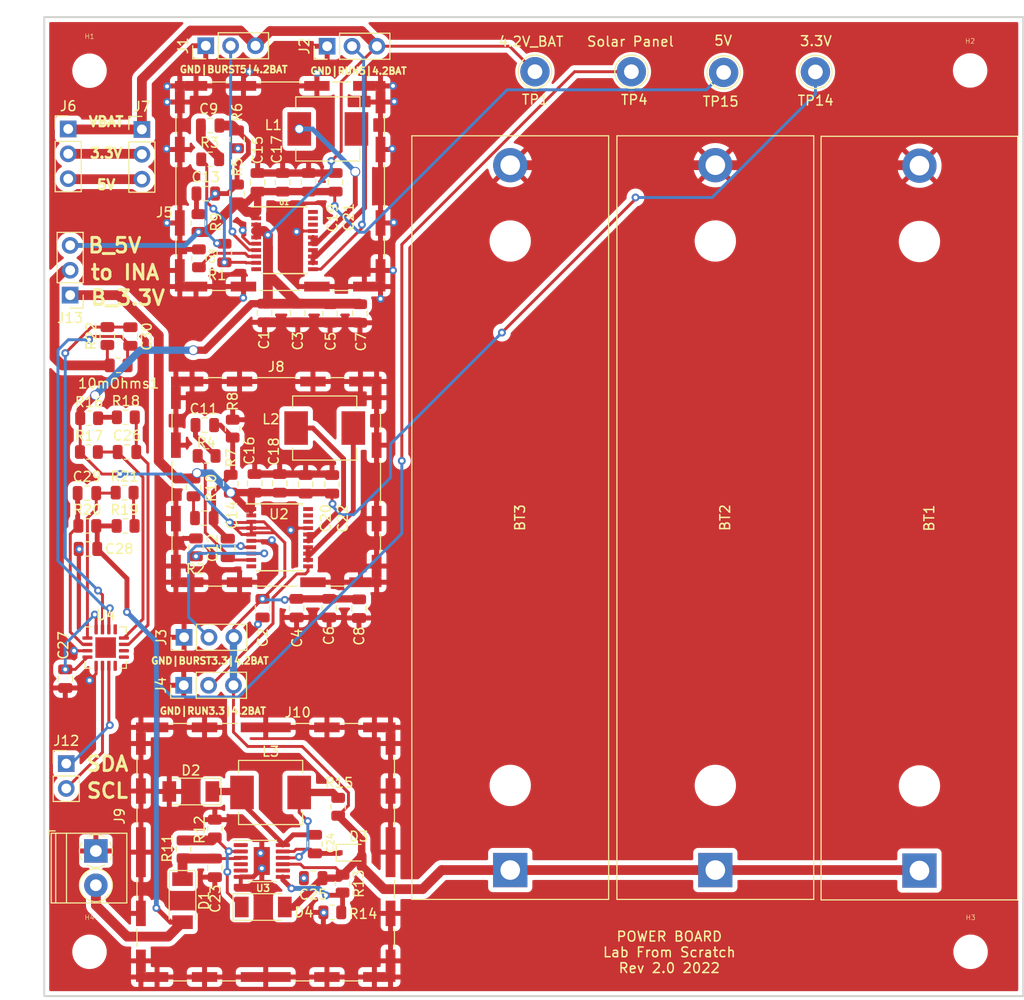
<source format=kicad_pcb>
(kicad_pcb (version 20211014) (generator pcbnew)
  (layers (0 "F.Cu" signal) (1 "In1.Cu" power) (2 "In2.Cu" power) (31 "B.Cu" signal) (34 "B.Paste" user) (35 "F.Paste" user) (36 "B.SilkS" user "B.Silkscreen") (37 "F.SilkS" user "F.Silkscreen") (38 "B.Mask" user) (39 "F.Mask" user) (44 "Edge.Cuts" user))
  (net 0 "")
  (net 1 "TP15")
  (net 2 "IV_IN-2")
  (net 3 "Net-(R16-Pad2)")
  (net 4 "IV_IN+1")
  (net 5 "IV_IN-1")
  (net 6 "IV_IN+3")
  (net 7 "IV_IN-3")
  (net 8 "Net-(C10-Pad1)")
  (net 9 "Net-(C11-Pad1)")
  (net 10 "Net-(C13-Pad1)")
  (net 11 "Net-(C23-Pad1)")
  (net 12 "Net-(C24-Pad1)")
  (net 13 "TP17")
  (net 14 "IV_IN+2")
  (net 15 "selected_buck")
  (net 16 "Net-(L2-Pad1)")
  (net 17 "Net-(L2-Pad2)")
  (net 18 "Net-(R19-Pad1)")
  (net 20 "SCL")
  (net 21 "SDA")
  (net 27 "RUN_5")
  (net 28 "RUN_3.3")
  (net 29 "GND")
  (net 30 "4.2V_BATT")
  (net 31 "Net-(C9-Pad2)")
  (net 32 "Net-(C10-Pad2)")
  (net 33 "Net-(C11-Pad2)")
  (net 34 "Net-(C12-Pad2)")
  (net 35 "Net-(C14-Pad1)")
  (net 36 "5V_buck")
  (net 37 "3.3V_buck")
  (net 38 "Net-(C24-Pad2)")
  (net 39 "+5V")
  (net 40 "Solar_panel")
  (net 41 "Net-(D4-Pad1)")
  (net 42 "BURST_5")
  (net 43 "BURST_3.3")
  (net 44 "Net-(L1-Pad1)")
  (net 45 "Net-(L1-Pad2)")
  (net 46 "Net-(L3-Pad2)")
  (net 47 "Net-(R1-Pad1)")
  (net 48 "Net-(R2-Pad1)")
  (net 49 "Net-(R13-Pad2)")
  (footprint "Capacitor_SMD:C_0805_2012Metric" (layer "F.Cu") (at 48.9 64.15 -90)
    (fp_text reference "C30")
    (fp_text value "100nF")
  )
  (footprint "Resistor_SMD:R_0805_2012Metric" (layer "F.Cu") (at 48.4125 83.5 180)
    (fp_text reference "R19")
    (fp_text value "10mOhms")
  )
  (footprint "Capacitor_SMD:C_0805_2012Metric" (layer "F.Cu") (at 64.15 79.15 90)
    (fp_text reference "C18")
    (fp_text value "1uF")
  )
  (footprint "Capacitor_SMD:C_0805_2012Metric" (layer "F.Cu") (at 48.55 75.95)
    (fp_text reference "C26")
    (fp_text value "100nF")
  )
  (footprint "Capacitor_SMD:C_0805_2012Metric" (layer "F.Cu") (at 69.2 91.9 -90)
    (fp_text reference "C6")
    (fp_text value "1nF")
  )
  (footprint "Package_SO:SSOP-20_4.4x6.5mm_P0.65mm" (layer "F.Cu") (at 64.65 54.35)
    (fp_text reference "U1")
    (fp_text value "LTC3113EDHD")
  )
  (footprint "Diode_SMD:D_SOD-128" (layer "F.Cu") (at 55.075 110.625 180)
    (fp_text reference "D2")
    (fp_text value "CMSH3-40MA")
  )
  (footprint "Capacitor_SMD:C_0805_2012Metric" (layer "F.Cu") (at 62.6 61.75 -90)
    (fp_text reference "C1")
    (fp_text value "100nF")
  )
  (footprint "Resistor_SMD:R_0805_2012Metric" (layer "F.Cu") (at 55.85 52.5625 90)
    (fp_text reference "R9")
    (fp_text value "6.49K")
  )
  (footprint "RF_Shielding:Wuerth_36103255_25x25mm" (layer "F.Cu") (at 62.725 116.825)
    (fp_text reference "J10")
    (fp_text value "MS223-10F")
  )
  (footprint "Inductor_SMD:L_Vishay_IHLP-2525" (layer "F.Cu") (at 63.225 110.725)
    (fp_text reference "L3")
    (fp_text value "10uH")
  )
  (footprint "Resistor_SMD:R_0805_2012Metric" (layer "F.Cu") (at 59.8 44.0125 -90)
    (fp_text reference "R6")
    (fp_text value "112K")
  )
  (footprint "Capacitor_SMD:C_0805_2012Metric" (layer "F.Cu") (at 44.5625 85.85)
    (fp_text reference "C28")
    (fp_text value "100nF")
  )
  (footprint "TestPoint:TestPoint_Loop_D2.54mm_Drill1.5mm_Beaded" (layer "F.Cu") (at 118.875 37.125)
    (fp_text reference "TP14")
    (fp_text value "TestPoint")
  )
  (footprint "Diode_SMD:D_SOD-323F" (layer "F.Cu") (at 71.425 116.875)
    (fp_text reference "D3")
    (fp_text value "BAT46WJ,115")
  )
  (footprint "Resistor_SMD:R_0805_2012Metric" (layer "F.Cu") (at 44.5 83.5)
    (fp_text reference "R20")
    (fp_text value "10")
  )
  (footprint "Capacitor_SMD:C_0805_2012Metric" (layer "F.Cu") (at 66 61.75 -90)
    (fp_text reference "C3")
    (fp_text value "47uF")
  )
  (footprint "Capacitor_SMD:C_0805_2012Metric" (layer "F.Cu") (at 64.45 48.4 90)
    (fp_text reference "C17")
    (fp_text value "1uF")
  )
  (footprint "TestPoint:TestPoint_Loop_D2.54mm_Drill1.5mm_Beaded" (layer "F.Cu") (at 100.075 37.1)
    (fp_text reference "TP4")
    (fp_text value "TestPoint")
  )
  (footprint "Capacitor_SMD:C_0805_2012Metric" (layer "F.Cu") (at 72.35 61.8 -90)
    (fp_text reference "C7")
    (fp_text value "1uF")
  )
  (footprint "Connector_PinHeader_2.54mm:PinHeader_1x03_P2.54mm_Vertical" (layer "F.Cu") (at 50.075 43)
    (fp_text reference "J7")
    (fp_text value "Conn_01x03_Male")
  )
  (footprint "Diode_SMD:D_SOD-128" (layer "F.Cu") (at 62.475 122.425)
    (fp_text reference "D4")
    (fp_text value "CMSH3-40MA")
  )
  (footprint "Resistor_SMD:R_0805_2012Metric" (layer "F.Cu") (at 57.525 114.4125 -90)
    (fp_text reference "R12")
    (fp_text value "205K")
  )
  (footprint "Capacitor_SMD:C_0805_2012Metric" (layer "F.Cu") (at 44.4625 80.15)
    (fp_text reference "C29")
    (fp_text value "100nF")
  )
  (footprint "Diode_SMD:D_SOD-128" (layer "F.Cu") (at 54.225 121.775 -90)
    (fp_text reference "D1")
    (fp_text value "CMSH1-40MA")
  )
  (footprint "Package_SO:SSOP-20_4.4x6.5mm_P0.65mm" (layer "F.Cu") (at 64.15 84.7)
    (fp_text reference "U2")
    (fp_text value "LTC3113EDHD")
  )
  (footprint "Capacitor_SMD:C_0805_2012Metric" (layer "F.Cu") (at 69.3 61.8 -90)
    (fp_text reference "C5")
    (fp_text value "1nF")
  )
  (footprint "Connector_PinHeader_2.54mm:PinHeader_1x03_P2.54mm_Vertical" (layer "F.Cu") (at 54.35 99.775 90)
    (fp_text reference "J4")
    (fp_text value "Conn_01x03")
  )
  (footprint "Capacitor_SMD:C_0805_2012Metric" (layer "F.Cu") (at 72.25 91.95 -90)
    (fp_text reference "C8")
    (fp_text value "1uF")
  )
  (footprint "Package_SO:MSOP-12-1EP_3x4mm_P0.65mm_EP1.65x2.85mm" (layer "F.Cu") (at 62.325 117.725)
    (fp_text reference "U3")
    (fp_text value "LT3652EMSE")
  )
  (footprint "Capacitor_SMD:C_0805_2012Metric" (layer "F.Cu") (at 65.875 91.9 -90)
    (fp_text reference "C4")
    (fp_text value "47uF")
  )
  (footprint "Battery:BatteryHolder_MPD_BH-18650-PC2" (layer "F.Cu") (at 87.7 118.65 90)
    (fp_text reference "BT3")
    (fp_text value "Battery")
  )
  (footprint "TerminalBlock_Phoenix:TerminalBlock_Phoenix_PT-1,5-2-3.5-H_1x02_P3.50mm_Horizontal" (layer "F.Cu") (at 45.375 116.7 -90)
    (fp_text reference "J9")
    (fp_text value "Conn_01x02")
  )
  (footprint "Capacitor_SMD:C_0805_2012Metric" (layer "F.Cu") (at 57.05 42.6 180)
    (fp_text reference "C9")
    (fp_text value "680pF")
  )
  (footprint "Battery:BatteryHolder_MPD_BH-18650-PC2" (layer "F.Cu") (at 129.5 118.7 90)
    (fp_text reference "BT1")
    (fp_text value "Battery")
  )
  (footprint "Capacitor_SMD:C_0805_2012Metric" (layer "F.Cu") (at 56.45 82.7)
    (fp_text reference "C14")
    (fp_text value "47pF")
  )
  (footprint "RF_Shielding:Wuerth_36103205_20x20mm" (layer "F.Cu") (at 63.8 79)
    (fp_text reference "J8")
    (fp_text value "MS168-10F")
  )
  (footprint "Resistor_SMD:R_0805_2012Metric" (layer "F.Cu") (at 46.55 64.1 90)
    (fp_text reference "R22")
    (fp_text value "10")
  )
  (footprint "Resistor_SMD:R_0805_2012Metric" (layer "F.Cu") (at 55.9 56.1625 90)
    (fp_text reference "R1")
    (fp_text value "90.9K")
  )
  (footprint "Battery:BatteryHolder_MPD_BH-18650-PC2" (layer "F.Cu") (at 108.65 118.65 90)
    (fp_text reference "BT2")
    (fp_text value "Battery")
  )
  (footprint "Inductor_SMD:L_Vishay_IHLP-2525" (layer "F.Cu") (at 68.75 73.5 180)
    (fp_text reference "L2")
    (fp_text value "2.2uH")
  )
  (footprint "Resistor_SMD:R_0805_2012Metric" (layer "F.Cu") (at 48.3125 80.1)
    (fp_text reference "R21")
    (fp_text value "10")
  )
  (footprint "Resistor_SMD:R_0805_2012Metric" (layer "F.Cu") (at 54.325 116.5375 -90)
    (fp_text reference "R11")
    (fp_text value "205K")
  )
  (footprint "Connector_PinHeader_2.54mm:PinHeader_1x03_P2.54mm_Vertical" (layer "F.Cu") (at 42.55 42.95)
    (fp_text reference "J6")
    (fp_text value "Conn_01x03_Male")
  )
  (footprint "Package_DFN_QFN:Texas_RGV_S-PVQFN-N16_EP2.1x2.1mm" (layer "F.Cu") (at 46.375 95.925)
    (fp_text reference "U4")
    (fp_text value "INA3221")
  )
  (footprint "Capacitor_SMD:C_0805_2012Metric" (layer "F.Cu") (at 56.6 49.55)
    (fp_text reference "C13")
    (fp_text value "47pF")
  )
  (footprint "Resistor_SMD:R_0805_2012Metric" (layer "F.Cu") (at 44.6625 75.95)
    (fp_text reference "R17")
    (fp_text value "10")
  )
  (footprint "Resistor_SMD:R_0805_2012Metric" (layer "F.Cu") (at 47.7 67.1)
    (fp_text reference "10mOhms1")
    (fp_text value "10")
  )
  (footprint "Resistor_SMD:R_0805_2012Metric" (layer "F.Cu") (at 70.125 112.1875 90)
    (fp_text reference "R15")
    (fp_text value "50mOhms")
  )
  (footprint "Capacitor_SMD:C_0805_2012Metric" (layer "F.Cu") (at 69.5 79.25 90)
    (fp_text reference "C22")
    (fp_text value "1nF")
  )
  (footprint "Capacitor_SMD:C_0805_2012Metric" (layer "F.Cu") (at 66.8 79.25 90)
    (fp_text reference "C20")
    (fp_text value "100nF")
  )
  (footprint "Capacitor_SMD:C_0805_2012Metric" (layer "F.Cu") (at 61.6 79.15 90)
    (fp_text reference "C16")
    (fp_text value "100uF")
  )
  (footprint "Capacitor_SMD:C_0805_2012Metric" (layer "F.Cu") (at 67.1 48.4 90)
    (fp_text reference "C19")
    (fp_text value "100nF")
  )
  (footprint "Connector_PinHeader_2.54mm:PinHeader_1x03_P2.54mm_Vertical" (layer "F.Cu") (at 56.6 34.45 90)
    (fp_text reference "J1")
    (fp_text value "Conn_01x03")
  )
  (footprint "Capacitor_SMD:C_0805_2012Metric" (layer "F.Cu") (at 69.85 48.4 90)
    (fp_text reference "C21")
    (fp_text value "1nF")
  )
  (footprint "MountingHole:MountingHole_2.5mm" (layer "F.Cu") (at 44.725 127)
    (fp_text reference "H4")
    (fp_text value "MountingHole")
  )
  (footprint "Resistor_SMD:R_0805_2012Metric" (layer "F.Cu") (at 55.6 85.6875 90)
    (fp_text reference "R2")
    (fp_text value "90.9K")
  )
  (footprint "Resistor_SMD:R_0805_2012Metric" (layer "F.Cu") (at 59.35 73.5625 90)
    (fp_text reference "R8")
    (fp_text value "182K")
  )
  (footprint "Inductor_SMD:L_Vishay_IHLP-2525" (layer "F.Cu") (at 69.071 42.95 180)
    (fp_text reference "L1")
    (fp_text value "2.2uH")
  )
  (footprint "Capacitor_SMD:C_0805_2012Metric" (layer "F.Cu") (at 58.5 55.625 -90)
    (fp_text reference "C10")
    (fp_text value "12pF")
  )
  (footprint "Capacitor_SMD:C_0805_2012Metric" (layer "F.Cu") (at 67.75 116 90)
    (fp_text reference "C24")
    (fp_text value "1uF")
  )
  (footprint "Connector_PinHeader_2.54mm:PinHeader_1x03_P2.54mm_Vertical" (layer "F.Cu") (at 69 34.5 90)
    (fp_text reference "J2")
    (fp_text value "Conn_01x03")
  )
  (footprint "Connector_PinHeader_2.54mm:PinHeader_1x03_P2.54mm_Vertical" (layer "F.Cu") (at 54.385 94.875 90)
    (fp_text reference "J3")
    (fp_text value "Conn_01x03")
  )
  (footprint "MountingHole:MountingHole_2.5mm" (layer "F.Cu") (at 134.725 127)
    (fp_text reference "H3")
    (fp_text value "MountingHole")
  )
  (footprint "Capacitor_SMD:C_0805_2012Metric" (layer "F.Cu") (at 56.5 73.2 180)
    (fp_text reference "C11")
    (fp_text value "680pF")
  )
  (footprint "Resistor_SMD:R_0805_2012Metric" (layer "F.Cu") (at 56.6875 76.35 180)
    (fp_text reference "R4")
    (fp_text value "49.9K")
  )
  (footprint "Capacitor_SMD:C_0805_2012Metric" (layer "F.Cu") (at 58.85 85.75 -90)
    (fp_text reference "C12")
    (fp_text value "12pF")
  )
  (footprint "Resistor_SMD:R_0805_2012Metric" (layer "F.Cu") (at 44.6875 72.5)
    (fp_text reference "R16")
    (fp_text value "10mOhms")
  )
  (footprint "Resistor_SMD:R_0805_2012Metric" (layer "F.Cu") (at 55.35 79.5625 -90)
    (fp_text reference "R10")
    (fp_text value "6.49K")
  )
  (footprint "Resistor_SMD:R_0805_2012Metric" (layer "F.Cu") (at 69.525 122.975 180)
    (fp_text reference "R14")
    (fp_text value "559K")
  )
  (footprint "Resistor_SMD:R_0805_2012Metric" (layer "F.Cu") (at 57.05 46.05 180)
    (fp_text reference "R3")
    (fp_text value "49.9K")
  )
  (footprint "TestPoint:TestPoint_Loop_D2.54mm_Drill1.5mm_Beaded" (layer "F.Cu") (at 109.5 37.175)
    (fp_text reference "TP15")
    (fp_text value "TestPoint")
  )
  (footprint "Capacitor_SMD:C_0805_2012Metric" (layer "F.Cu") (at 57.525 118.425 -90)
    (fp_text reference "C23")
    (fp_text value "10uF")
  )
  (footprint "Resistor_SMD:R_0805_2012Metric" (layer "F.Cu") (at 59.8 49.5375 90)
    (fp_text reference "R5")
    (fp_text value "825K")
  )
  (footprint "Capacitor_SMD:C_0805_2012Metric" (layer "F.Cu") (at 67.575 119.475 180)
    (fp_text reference "C25")
    (fp_text value "10uF")
  )
  (footprint "TestPoint:TestPoint_Loop_D2.54mm_Drill1.5mm_Beaded" (layer "F.Cu") (at 90.225 37.1)
    (fp_text reference "TP1")
    (fp_text value "TestPoint")
  )
  (footprint "Resistor_SMD:R_0805_2012Metric" (layer "F.Cu") (at 59.15 79.1875 90)
    (fp_text reference "R7")
    (fp_text value "825K")
  )
  (footprint "Capacitor_SMD:C_0805_2012Metric" (layer "F.Cu") (at 42.25 99.1 -90)
    (fp_text reference "C27")
    (fp_text value "1nF")
  )
  (footprint "MountingHole:MountingHole_2.5mm" (layer "F.Cu") (at 44.725 37)
    (fp_text reference "H1")
    (fp_text value "MountingHole")
  )
  (footprint "Resistor_SMD:R_0805_2012Metric" (layer "F.Cu") (at 48.4375 72.4)
    (fp_text reference "R18")
    (fp_text value "10")
  )
  (footprint "MountingHole:MountingHole_2.5mm" (layer "F.Cu") (at 134.675 36.975)
    (fp_text reference "H2")
    (fp_text value "MountingHole")
  )
  (footprint "RF_Shielding:Wuerth_36103205_20x20mm" (layer "F.Cu") (at 64.2 48.8)
    (fp_text reference "J5")
    (fp_text value "MS168-10F")
  )
  (footprint "Capacitor_SMD:C_0805_2012Metric" (layer "F.Cu") (at 61.9 48.4 90)
    (fp_text reference "C15")
    (fp_text value "100uF")
  )
  (footprint "Connector_PinHeader_2.54mm:PinHeader_1x02_P2.54mm_Vertical" (layer "F.Cu") (at 42.35 107.775)
    (fp_text reference "J12")
    (fp_text value "Conn_01x02_Male")
  )
  (footprint "Capacitor_SMD:C_0805_2012Metric" (layer "F.Cu") (at 62.4 91.9 -90)
    (fp_text reference "C2")
    (fp_text value "100nF")
  )
  (footprint "Connector_PinHeader_2.54mm:PinHeader_1x03_P2.54mm_Vertical" (layer "F.Cu") (at 42.75 59.925 180)
    (fp_text reference "J13")
    (fp_text value "Conn_01x03")
  )
  (footprint "Resistor_SMD:R_0805_2012Metric" (layer "F.Cu") (at 70.575 120.0375 -90)
    (fp_text reference "R13")
    (fp_text value "542K")
  )
  (gr_rect (start 40.1 31.525) (end 140.1 131.525) (layer "Edge.Cuts") (width 0.2) (fill none))
  (gr_text "GND|RUN5|4.2BAT" (at 72.2 37.025) (layer "F.SilkS") (effects (font (size 0.7 0.7) (thickness 0.175))))
  (gr_text "Solar Panel" (at 99.975 34.025) (layer "F.SilkS") (effects (font (size 1 1))))
  (gr_text "GND|BURST3.3|4.2BAT" (at 57.025 97.275) (layer "F.SilkS") (effects (font (size 0.7 0.7) (thickness 0.175))))
  (gr_text "GND|RUN3.3|4.2BAT" (at 57.325 102.4) (layer "F.SilkS") (effects (font (size 0.7 0.7) (thickness 0.175))))
  (gr_text "B_5V" (at 47.3 54.85) (layer "F.SilkS") (effects (font (size 1.5 1.5) (thickness 0.3))))
  (gr_text "GND|BURST5|4.2BAT" (at 59.45 36.875) (layer "F.SilkS") (effects (font (size 0.7 0.7) (thickness 0.175))))
  (gr_text "POWER BOARD\nLab From Scratch\nRev 2.0 2022\n" (at 103.95 127.05) (layer "F.SilkS") (effects (font (size 1 1))))
  (gr_text "SCL" (at 46.55 110.55) (layer "F.SilkS") (effects (font (size 1.5 1.5) (thickness 0.3))))
  (gr_text "to INA" (at 48.35 57.6) (layer "F.SilkS") (effects (font (size 1.5 1.5) (thickness 0.3))))
  (gr_text "3.3V" (at 118.925 33.975) (layer "F.SilkS") (effects (font (size 1 1))))
  (gr_text "VBAT\n\n3.3V\n\n5V" (at 46.425 45.425) (layer "F.SilkS") (effects (font (size 1 1) (thickness 0.25))))
  (gr_text "SDA" (at 46.55 107.8) (layer "F.SilkS") (effects (font (size 1.5 1.5) (thickness 0.3))))
  (gr_text "5V" (at 109.45 33.925) (layer "F.SilkS") (effects (font (size 1 1))))
  (gr_text "4.2V_BAT" (at 89.825 34.025) (layer "F.SilkS") (effects (font (size 1 1))))
  (gr_text "B_3.3V" (at 48.65 60.2) (layer "F.SilkS") (effects (font (size 1.5 1.5) (thickness 0.3))))
  (segment (start 42.55 45.49) (end 50.025 45.49) (width 1) (layer "F.Cu") (net 1))
  (segment (start 50.025 45.49) (end 50.075 45.54) (width 1) (layer "F.Cu") (net 1))
  (segment (start 45.009474 64.15048) (end 47.95048 64.15048) (width 0.3) (layer "F.Cu") (net 2))
  (segment (start 44.679977 64.479977) (end 45.009474 64.15048) (width 0.3) (layer "F.Cu") (net 2))
  (segment (start 47.95048 64.15048) (end 48.9 65.1) (width 0.3) (layer "F.Cu") (net 2))
  (segment (start 48.6125 67.1) (end 48.6125 65.3875) (width 0.3) (layer "F.Cu") (net 2))
  (segment (start 46.7 94.0625) (end 46.7 92) (width 0.3) (layer "F.Cu") (net 2))
  (segment (start 46.7 92) (end 46.8 91.9) (width 0.3) (layer "F.Cu") (net 2))
  (segment (start 48.6125 65.3875) (end 48.9 65.1) (width 0.3) (layer "F.Cu") (net 2))
  (via (at 46.8 91.9) (size 0.8) (drill 0.4) (layers "F.Cu" "B.Cu") (net 2))
  (via (at 44.679977 64.479977) (size 0.8) (drill 0.4) (layers "F.Cu" "B.Cu") (net 2))
  (segment (start 46.8 91.9) (end 46.34003 91.9) (width 0.3) (layer "B.Cu") (net 2))
  (segment (start 46.34003 91.9) (end 41.500489 87.060459) (width 0.3) (layer "B.Cu") (net 2))
  (segment (start 42.560053 64.479977) (end 44.679977 64.479977) (width 0.3) (layer "B.Cu") (net 2))
  (segment (start 41.500489 65.539541) (end 42.560053 64.479977) (width 0.3) (layer "B.Cu") (net 2))
  (segment (start 41.500489 87.060459) (end 41.500489 65.539541) (width 0.3) (layer "B.Cu") (net 2))
  (segment (start 45.7 72.4) (end 45.6 72.5) (width 0.5) (layer "F.Cu") (net 3))
  (segment (start 47.525 72.4) (end 45.7 72.4) (width 0.5) (layer "F.Cu") (net 3))
  (segment (start 50.18702 78.53702) (end 50.18702 93.00048) (width 0.3) (layer "F.Cu") (net 4))
  (segment (start 50.18702 93.00048) (end 48.2375 94.95) (width 0.3) (layer "F.Cu") (net 4))
  (segment (start 47.6 75.95) (end 50.18702 78.53702) (width 0.3) (layer "F.Cu") (net 4))
  (segment (start 45.575 75.95) (end 47.6 75.95) (width 0.3) (layer "F.Cu") (net 4))
  (segment (start 49.5 72.55) (end 49.5 75.95) (width 0.3) (layer "F.Cu") (net 5))
  (segment (start 50.7 93.618039) (end 50.7 77.15) (width 0.3) (layer "F.Cu") (net 5))
  (segment (start 48.718039 95.6) (end 50.7 93.618039) (width 0.3) (layer "F.Cu") (net 5))
  (segment (start 50.7 77.15) (end 49.5 75.95) (width 0.3) (layer "F.Cu") (net 5))
  (segment (start 49.35 72.4) (end 49.5 72.55) (width 0.3) (layer "F.Cu") (net 5))
  (segment (start 48.2375 95.6) (end 48.718039 95.6) (width 0.3) (layer "F.Cu") (net 5))
  (segment (start 43.5125 80.15) (end 43.5125 83.425) (width 0.5) (layer "F.Cu") (net 6))
  (segment (start 43.5125 83.425) (end 43.5875 83.5) (width 0.5) (layer "F.Cu") (net 6))
  (segment (start 42.76298 94.331019) (end 44.031961 95.6) (width 0.3) (layer "F.Cu") (net 6))
  (segment (start 42.76298 84.32452) (end 42.76298 94.331019) (width 0.3) (layer "F.Cu") (net 6))
  (segment (start 43.5875 83.5) (end 42.76298 84.32452) (width 0.3) (layer "F.Cu") (net 6))
  (segment (start 44.031961 95.6) (end 44.5125 95.6) (width 0.3) (layer "F.Cu") (net 6))
  (segment (start 45.4125 81.7875) (end 45.4125 80.15) (width 0.3) (layer "F.Cu") (net 7))
  (segment (start 44.5125 82.6875) (end 45.4125 81.7875) (width 0.3) (layer "F.Cu") (net 7))
  (segment (start 47.35 80.15) (end 47.4 80.1) (width 0.3) (layer "F.Cu") (net 7))
  (segment (start 45.4125 80.15) (end 47.35 80.15) (width 0.3) (layer "F.Cu") (net 7))
  (segment (start 44.5125 94.95) (end 44.5125 82.6875) (width 0.3) (layer "F.Cu") (net 7))
  (segment (start 60.94952 44.24952) (end 59.8 43.1) (width 0.5) (layer "F.Cu") (net 8))
  (segment (start 58.875 49.55) (end 59.8 48.625) (width 0.5) (layer "F.Cu") (net 8))
  (segment (start 59.3 42.6) (end 59.8 43.1) (width 1) (layer "F.Cu") (net 8))
  (segment (start 59.8 48.625) (end 59.8 46.62677) (width 0.5) (layer "F.Cu") (net 8))
  (segment (start 59.8 46.62677) (end 60.94952 45.47725) (width 0.5) (layer "F.Cu") (net 8))
  (segment (start 58.5 54.675) (end 57.8 54.675) (width 0.3) (layer "F.Cu") (net 8))
  (segment (start 57.8 54.675) (end 57.75 54.625) (width 0.3) (layer "F.Cu") (net 8))
  (segment (start 57.55 49.55) (end 58.875 49.55) (width 0.5) (layer "F.Cu") (net 8))
  (segment (start 60.94952 45.47725) (end 60.94952 44.24952) (width 0.5) (layer "F.Cu") (net 8))
  (segment (start 58 42.6) (end 59.3 42.6) (width 1) (layer "F.Cu") (net 8))
  (via (at 57.75 54.625) (size 0.8) (drill 0.4) (layers "F.Cu" "B.Cu") (net 8))
  (via (at 57.55 49.55) (size 0.8) (drill 0.4) (layers "F.Cu" "B.Cu") (net 8))
  (segment (start 57.75 54.625) (end 56.625489 53.500489) (width 0.3) (layer "B.Cu") (net 8))
  (segment (start 56.625489 50.474511) (end 57.55 49.55) (width 0.3) (layer "B.Cu") (net 8))
  (segment (start 56.625489 53.500489) (end 56.625489 50.474511) (width 0.3) (layer "B.Cu") (net 8))
  (segment (start 58.075 73.2) (end 59.35 74.475) (width 0.5) (layer "F.Cu") (net 9))
  (segment (start 57.4 80.025) (end 59.15 78.275) (width 0.5) (layer "F.Cu") (net 9))
  (segment (start 57.4 83.35) (end 57.4 82.7) (width 0.5) (layer "F.Cu") (net 9))
  (segment (start 57.45 73.2) (end 58.075 73.2) (width 0.5) (layer "F.Cu") (net 9))
  (segment (start 59.35 74.475) (end 59.35 78.075) (width 0.5) (layer "F.Cu") (net 9))
  (segment (start 58.85 84.8) (end 57.4 83.35) (width 0.5) (layer "F.Cu") (net 9))
  (segment (start 59.35 78.075) (end 59.15 78.275) (width 0.5) (layer "F.Cu") (net 9))
  (segment (start 57.4 82.7) (end 57.4 80.025) (width 0.5) (layer "F.Cu") (net 9))
  (segment (start 55.65 49.55) (end 55.65 51.45) (width 0.5) (layer "F.Cu") (net 10))
  (segment (start 55.65 51.45) (end 55.85 51.65) (width 0.5) (layer "F.Cu") (net 10))
  (segment (start 57.525 117.475) (end 54.35 117.475) (width 1) (layer "F.Cu") (net 11))
  (segment (start 54.225 117.55) (end 54.325 117.45) (width 1) (layer "F.Cu") (net 11))
  (segment (start 54.35 117.475) (end 54.325 117.45) (width 1) (layer "F.Cu") (net 11))
  (segment (start 57.525 117.475) (end 60.1 117.475) (width 0.3) (layer "F.Cu") (net 11))
  (segment (start 54.225 119.575) (end 54.225 117.55) (width 1) (layer "F.Cu") (net 11))
  (segment (start 60.1 117.475) (end 60.175 117.4) (width 0.3) (layer "F.Cu") (net 11))
  (segment (start 70.25 116.95) (end 70.325 116.875) (width 0.5) (layer "F.Cu") (net 12))
  (segment (start 67.325 116.525) (end 67.75 116.95) (width 0.3) (layer "F.Cu") (net 12))
  (segment (start 65.61553 116.75) (end 65.84053 116.525) (width 0.3) (layer "F.Cu") (net 12))
  (segment (start 65.84053 116.525) (end 67.325 116.525) (width 0.3) (layer "F.Cu") (net 12))
  (segment (start 67.75 116.95) (end 70.25 116.95) (width 0.5) (layer "F.Cu") (net 12))
  (segment (start 64.475 116.75) (end 65.61553 116.75) (width 0.3) (layer "F.Cu") (net 12))
  (segment (start 50.075 48.08) (end 42.6 48.08) (width 1) (layer "F.Cu") (net 13))
  (segment (start 42.6 48.08) (end 42.55 48.03) (width 1) (layer "F.Cu") (net 13))
  (segment (start 46.05 90.55) (end 45.6 90.1) (width 0.3) (layer "F.Cu") (net 14))
  (segment (start 42.25 65.85) (end 44.9125 63.1875) (width 0.3) (layer "F.Cu") (net 14))
  (segment (start 46.05 94.0625) (end 46.05 90.55) (width 0.3) (layer "F.Cu") (net 14))
  (segment (start 48.8875 63.1875) (end 48.9 63.2) (width 0.3) (layer "F.Cu") (net 14))
  (segment (start 44.9125 63.1875) (end 46.55 63.1875) (width 0.3) (layer "F.Cu") (net 14))
  (segment (start 46.55 63.1875) (end 48.8875 63.1875) (width 0.3) (layer "F.Cu") (net 14))
  (via (at 42.25 65.85) (size 0.8) (drill 0.4) (layers "F.Cu" "B.Cu") (net 14))
  (via (at 45.6 90.1) (size 0.8) (drill 0.4) (layers "F.Cu" "B.Cu") (net 14))
  (segment (start 45.6 90.1) (end 42.25 86.75) (width 0.3) (layer "B.Cu") (net 14))
  (segment (start 42.25 86.75) (end 42.25 65.85) (width 0.3) (layer "B.Cu") (net 14))
  (segment (start 46.55 66.8625) (end 46.7875 67.1) (width 0.3) (layer "F.Cu") (net 15))
  (segment (start 41.15 58.4) (end 42.165 57.385) (width 1) (layer "F.Cu") (net 15))
  (segment (start 42.165 57.385) (end 42.75 57.385) (width 1) (layer "F.Cu") (net 15))
  (segment (start 41.945056 67.1) (end 41.15 66.304944) (width 1) (layer "F.Cu") (net 15))
  (segment (start 46.55 65.0125) (end 46.55 66.8625) (width 0.3) (layer "F.Cu") (net 15))
  (segment (start 41.15 66.304944) (end 41.15 58.4) (width 1) (layer "F.Cu") (net 15))
  (segment (start 46.7875 67.1) (end 41.945056 67.1) (width 1) (layer "F.Cu") (net 15))
  (segment (start 67.35 86.325) (end 67.5875 86.0875) (width 0.5) (layer "F.Cu") (net 16))
  (segment (start 67.05 85.675) (end 67.05 86.975) (width 0.3) (layer "F.Cu") (net 16))
  (segment (start 67.05 86.325) (end 67.05 85.72452) (width 0.5) (layer "F.Cu") (net 16))
  (segment (start 67.05 86.625) (end 67.5875 86.0875) (width 0.5) (layer "F.Cu") (net 16))
  (segment (start 67.05 86.325) (end 67.05 86.975) (width 0.5) (layer "F.Cu") (net 16))
  (segment (start 67.05 86.975) (end 67.05 86.625) (width 0.5) (layer "F.Cu") (net 16))
  (segment (start 67.5875 86.0875) (end 71.671 82.004) (width 0.5) (layer "F.Cu") (net 16))
  (segment (start 71.671 82.004) (end 71.671 73.5) (width 0.5) (layer "F.Cu") (net 16))
  (segment (start 67.05 86.325) (end 67.35 86.325) (width 0.5) (layer "F.Cu") (net 16))
  (segment (start 68.0625 84.0625) (end 67.75 84.375) (width 0.5) (layer "F.Cu") (net 17))
  (segment (start 65.829 73.5) (end 67.5355 73.5) (width 0.5) (layer "F.Cu") (net 17))
  (segment (start 67.05 84.375) (end 67.05 85.025) (width 0.3) (layer "F.Cu") (net 17))
  (segment (start 67.5355 73.5) (end 70.67452 76.63902) (width 0.5) (layer "F.Cu") (net 17))
  (segment (start 67.1 85.025) (end 68.0625 84.0625) (width 0.5) (layer "F.Cu") (net 17))
  (segment (start 67.75 84.375) (end 67.05 84.375) (width 0.5) (layer "F.Cu") (net 17))
  (segment (start 70.67452 76.63902) (end 70.67452 81.45048) (width 0.5) (layer "F.Cu") (net 17))
  (segment (start 67.05 85.025) (end 67.1 85.025) (width 0.5) (layer "F.Cu") (net 17))
  (segment (start 70.67452 81.45048) (end 68.0625 84.0625) (width 0.5) (layer "F.Cu") (net 17))
  (segment (start 49.225 80.1) (end 49.225 83.4) (width 0.3) (layer "F.Cu") (net 18))
  (segment (start 49.225 83.4) (end 49.325 83.5) (width 0.3) (layer "F.Cu") (net 18))
  (segment (start 46.05 97.7875) (end 46.05 106.615) (width 0.3) (layer "F.Cu") (net 20))
  (segment (start 46.05 106.615) (end 42.35 110.315) (width 0.3) (layer "F.Cu") (net 20))
  (segment (start 46.7 97.7875) (end 46.7 103.7505) (width 0.3) (layer "F.Cu") (net 21))
  (segment (start 46.7 103.7505) (end 46.7995 103.85) (width 0.3) (layer "F.Cu") (net 21))
  (via (at 46.7995 103.85) (size 0.8) (drill 0.4) (layers "F.Cu" "B.Cu") (net 21))
  (segment (start 42.8745 107.775) (end 42.35 107.775) (width 0.3) (layer "B.Cu") (net 21))
  (segment (start 46.7995 103.85) (end 42.8745 107.775) (width 0.3) (layer "B.Cu") (net 21))
  (segment (start 68.35 57.275) (end 72.55 53.075) (width 0.3) (layer "F.Cu") (net 27))
  (segment (start 67.55 57.275) (end 68.35 57.275) (width 0.3) (layer "F.Cu") (net 27))
  (segment (start 72.55 53.075) (end 72.55 52.725) (width 0.3) (layer "F.Cu") (net 27))
  (via (at 72.55 52.725) (size 0.8) (drill 0.4) (layers "F.Cu" "B.Cu") (net 27))
  (segment (start 72.55 52.725) (end 72.724511 52.550489) (width 0.3) (layer "B.Cu") (net 27))
  (segment (start 72.724511 35.684511) (end 71.54 34.5) (width 0.3) (layer "B.Cu") (net 27))
  (segment (start 72.724511 52.550489) (end 72.724511 35.684511) (width 0.3) (layer "B.Cu") (net 27))
  (segment (start 65.900489 88.400489) (end 63.47452 90.826458) (width 0.3) (layer "F.Cu") (net 28))
  (segment (start 67.05 87.625) (end 67.05 88.125) (width 0.3) (layer "F.Cu") (net 28))
  (segment (start 63.47452 93.45048) (end 57.15 99.775) (width 0.3) (layer "F.Cu") (net 28))
  (segment (start 57.15 99.775) (end 56.89 99.775) (width 0.3) (layer "F.Cu") (net 28))
  (segment (start 66.774511 88.400489) (end 65.900489 88.400489) (width 0.3) (layer "F.Cu") (net 28))
  (segment (start 67.05 88.125) (end 66.774511 88.400489) (width 0.3) (layer "F.Cu") (net 28))
  (segment (start 63.47452 90.826458) (end 63.47452 93.45048) (width 0.3) (layer "F.Cu") (net 28))
  (segment (start 60.45 60.175) (end 60.425 60.2) (width 0.5) (layer "F.Cu") (net 29))
  (segment (start 68.625 122.975) (end 68.65 123) (width 0.5) (layer "F.Cu") (net 29))
  (segment (start 52.675 45.05) (end 52.6 44.975) (width 0.5) (layer "F.Cu") (net 29))
  (segment (start 60.440714 54.034286) (end 60.375 53.968572) (width 0.3) (layer "F.Cu") (net 29))
  (segment (start 60.45 38.55) (end 60.45 37.675) (width 0.5) (layer "F.Cu") (net 29))
  (segment (start 74.45 52.55) (end 75.75 52.55) (width 0.5) (layer "F.Cu") (net 29))
  (segment (start 75.75 52.55) (end 75.8 52.5) (width 0.5) (layer "F.Cu") (net 29))
  (segment (start 52.7 38.55) (end 52.65 38.6) (width 0.5) (layer "F.Cu") (net 29))
  (segment (start 55.6 38.55) (end 61.8 38.55) (width 0.5) (layer "F.Cu") (net 29))
  (segment (start 61.75 54.675) (end 61.081428 54.675) (width 0.3) (layer "F.Cu") (net 29))
  (segment (start 60.45 37.675) (end 61.025 37.1) (width 0.5) (layer "F.Cu") (net 29))
  (segment (start 62.325 117.725) (end 62.325 118.475) (width 0.5) (layer "F.Cu") (net 29))
  (segment (start 62.4 93.075) (end 61.925 93.55) (width 0.3) (layer "F.Cu") (net 29))
  (segment (start 43.6125 85.85) (end 43.65 85.85) (width 0.3) (layer "F.Cu") (net 29))
  (segment (start 75.575 45.05) (end 75.65 44.975) (width 0.5) (layer "F.Cu") (net 29))
  (segment (start 129.45 46.65) (end 129.5 46.7) (width 1) (layer "F.Cu") (net 29))
  (segment (start 53.95 40.2) (end 52.65 40.2) (width 0.5) (layer "F.Cu") (net 29))
  (segment (start 61.45 119.35) (end 62.325 118.475) (width 0.5) (layer "F.Cu") (net 29))
  (segment (start 74.05 82.75) (end 74.05 87.6) (width 0.5) (layer "F.Cu") (net 29))
  (segment (start 60.45 59.05) (end 60.45 60.175) (width 0.5) (layer "F.Cu") (net 29))
  (segment (start 72.3 62.7) (end 72.35 62.75) (width 1) (layer "F.Cu") (net 29))
  (segment (start 87.7 46.65) (end 129.45 46.65) (width 1) (layer "F.Cu") (net 29))
  (segment (start 62.325 117.725) (end 62.325 117.05) (width 0.5) (layer "F.Cu") (net 29))
  (segment (start 44.5125 96.25) (end 43.15 96.25) (width 0.3) (layer "F.Cu") (net 29))
  (segment (start 65.95 53.375) (end 65.875 53.45) (width 0.3) (layer "F.Cu") (net 29))
  (segment (start 67.55 53.375) (end 65.95 53.375) (width 0.3) (layer "F.Cu") (net 29))
  (segment (start 74.45 57.4) (end 74.45 40.2) (width 0.5) (layer "F.Cu") (net 29))
  (segment (start 61.6 78.2) (end 69.4 78.2) (width 0.75) (layer "F.Cu") (net 29))
  (segment (start 59.8645 44.925) (end 59.8895 44.95) (width 0.3) (layer "F.Cu") (net 29))
  (segment (start 67.05 83.725) (end 65.475 83.725) (width 0.3) (layer "F.Cu") (net 29))
  (segment (start 60.175 119.35) (end 61.45 119.35) (width 0.5) (layer "F.Cu") (net 29))
  (segment (start 45.4 98.6) (end 44.725 99.275) (width 0.3) (layer "F.Cu") (net 29))
  (segment (start 74.05 70.4) (end 74.05 82.75) (width 0.5) (layer "F.Cu") (net 29))
  (segment (start 61.081428 54.675) (end 60.440714 54.034286) (width 0.3) (layer "F.Cu") (net 29))
  (segment (start 67.95 59.05) (end 72.8 59.05) (width 0.5) (layer "F.Cu") (net 29))
  (segment (start 60.05 89.25) (end 56.425 89.25) (width 0.5) (layer "F.Cu") (net 29))
  (segment (start 55.6 59.05) (end 60.45 59.05) (width 0.5) (layer "F.Cu") (net 29))
  (segment (start 55.2 68.75) (end 72.4 68.75) (width 0.5) (layer "F.Cu") (net 29))
  (segment (start 62.4 92.85) (end 62.4 93.075) (width 0.3) (layer "F.Cu") (net 29))
  (segment (start 67.95 37.25) (end 67.975 37.225) (width 0.5) (layer "F.Cu") (net 29))
  (segment (start 56.375 89.2) (end 56.325 89.25) (width 0.5) (layer "F.Cu") (net 29))
  (segment (start 67.95 38.55) (end 67.95 37.25) (width 0.5) (layer "F.Cu") (net 29))
  (segment (start 59.8 44.925) (end 59.8645 44.925) (width 0.3) (layer "F.Cu") (net 29))
  (segment (start 62.325 117.05) (end 62.2 116.925) (width 0.5) (layer "F.Cu") (net 29))
  (segment (start 65.475 83.725) (end 65.275 83.925) (width 0.3) (layer "F.Cu") (net 29))
  (segment (start 69.4 78.2) (end 69.5 78.3) (width 0.75) (layer "F.Cu") (net 29))
  (segment (start 61.25 85.025) (end 63.275 85.025) (width 0.3) (layer "F.Cu") (net 29))
  (segment (start 53.95 38.55) (end 52.7 38.55) (width 0.5) (layer "F.Cu") (net 29))
  (segment (start 68.6125 122.975) (end 68.625 122.975) (width 0.5) (layer "F.Cu") (net 29))
  (segment (start 61.8 38.55) (end 60.45 38.55) (width 0.5) (layer "F.Cu") (net 29))
  (segment (start 74.45 57.4) (end 75.725 57.4) (width 0.5) (layer "F.Cu") (net 29))
  (segment (start 74.45 45.05) (end 75.575 45.05) (width 0.5) (layer "F.Cu") (net 29))
  (segment (start 62.6 62.7) (end 72.3 62.7) (width 1) (layer "F.Cu") (net 29))
  (segment (start 75.8 40.2) (end 75.85 40.15) (width 0.5) (layer "F.Cu") (net 29))
  (segment (start 74.45 40.2) (end 75.8 40.2) (width 0.5) (layer "F.Cu") (net 29))
  (segment (start 74.45 38.55) (end 75.725 38.55) (width 0.5) (layer "F.Cu") (net 29))
  (segment (start 53.95 52.55) (end 52.625 52.55) (width 0.5) (layer "F.Cu") (net 29))
  (segment (start 53.95 45.05) (end 52.675 45.05) (width 0.5) (layer "F.Cu") (net 29))
  (segment (start 43.65 85.85) (end 43.675 85.875) (width 0.3) (layer "F.Cu") (net 29))
  (segment (start 53.95 40.2) (end 53.95 57.4) (width 0.5) (layer "F.Cu") (net 29))
  (segment (start 53.55 87.6) (end 53.55 82.75) (width 0.5) (layer "F.Cu") (net 29))
  (segment (start 63.275 85.025) (end 63.35 84.95) (width 0.3) (layer "F.Cu") (net 29))
  (segment (start 53.55 75.25) (end 53.55 70.4) (width 0.5) (layer "F.Cu") (net 29))
  (segment (start 74.45 59.05) (end 74.45 60.3) (width 0.5) (layer "F.Cu") (net 29))
  (segment (start 56.425 89.25) (end 56.375 89.2) (width 0.5) (layer "F.Cu") (net 29))
  (segment (start 45.4 97.7875) (end 45.4 98.6) (width 0.3) (layer "F.Cu") (net 29))
  (segment (start 61.9 47.45) (end 69.85 47.45) (width 0.75) (layer "F.Cu") (net 29))
  (segment (start 56.325 89.25) (end 53.55 89.25) (width 0.5) (layer "F.Cu") (net 29))
  (segment (start 72.4 89.25) (end 67.55 89.25) (width 0.5) (layer "F.Cu") (net 29))
  (segment (start 60.375 53.968572) (end 60.375 53.3) (width 0.3) (layer "F.Cu") (net 29))
  (segment (start 67.95 38.55) (end 61.8 38.55) (width 0.5) (layer "F.Cu") (net 29))
  (via (at 75.725 38.55) (size 0.8) (drill 0.4) (layers "F.Cu" "B.Cu") (net 29))
  (via (at 43.15 96.25) (size 0.8) (drill 0.4) (layers "F.Cu" "B.Cu") (net 29))
  (via (at 52.65 40.2) (size 0.8) (drill 0.4) (layers "F.Cu" "B.Cu") (net 29))
  (via (at 75.725 57.4) (size 0.8) (drill 0.4) (layers "F.Cu" "B.Cu") (net 29))
  (via (at 74.45 60.3) (size 0.8) (drill 0.4) (layers "F.Cu" "B.Cu") (net 29))
  (via (at 62.2 116.925) (size 0.8) (drill 0.4) (layers "F.Cu" "B.Cu") (net 29))
  (via (at 75.85 40.15) (size 0.8) (drill 0.4) (layers "F.Cu" "B.Cu") (net 29))
  (via (at 67.975 37.225) (size 0.8) (drill 0.4) (layers "F.Cu" "B.Cu") (net 29))
  (via (at 68.65 123) (size 0.8) (drill 0.4) (layers "F.Cu" "B.Cu") (net 29))
  (via (at 61.025 37.1) (size 0.8) (drill 0.4) (layers "F.Cu" "B.Cu") (net 29))
  (via (at 52.625 52.55) (size 0.8) (drill 0.4) (layers "F.Cu" "B.Cu") (net 29))
  (via (at 65.275 83.925) (size 0.8) (drill 0.4) (layers "F.Cu" "B.Cu") (net 29))
  (via (at 62.325 118.475) (size 0.8) (drill 0.4) (layers "F.Cu" "B.Cu") (net 29))
  (via (at 44.725 99.275) (size 0.8) (drill 0.4) (layers "F.Cu" "B.Cu") (net 29))
  (via (at 52.6 44.975) (size 0.8) (drill 0.4) (layers "F.Cu" "B.Cu") (net 29))
  (via (at 63.35 84.95) (size 0.8) (drill 0.4) (layers "F.Cu" "B.Cu") (net 29))
  (via (at 75.8 52.5) (size 0.8) (drill 0.4) (layers "F.Cu" "B.Cu") (net 29))
  (via (at 61.925 93.55) (size 0.8) (drill 0.4) (layers "F.Cu" "B.Cu") (net 29))
  (via (at 65.875 53.45) (size 0.8) (drill 0.4) (layers "F.Cu" "B.Cu") (net 29))
  (via (at 43.675 85.875) (size 0.8) (drill 0.4) (layers "F.Cu" "B.Cu") (net 29))
  (via (at 60.375 53.3) (size 0.8) (drill 0.4) (layers "F.Cu" "B.Cu") (net 29))
  (via (at 66.625 119.475) (size 0.8) (drill 0.4) (layers "F.Cu" "B.Cu") (net 29))
  (via (at 60.425 60.2) (size 0.8) (drill 0.4) (layers "F.Cu" "B.Cu") (net 29))
  (via (at 75.65 44.975) (size 0.8) (drill 0.4) (layers "F.Cu" "B.Cu") (net 29))
  (via (at 59.8895 44.95) (size 0.8) (drill 0.4) (layers "F.Cu" "B.Cu") (net 29))
  (via (at 52.65 38.6) (size 0.8) (drill 0.4) (layers "F.Cu" "B.Cu") (net 29))
  (segment (start 70.225 119.475) (end 70.575 119.125) (width 0.75) (layer "F.Cu") (net 30))
  (segment (start 70.125 113.1) (end 71.17452 112.05048) (width 0.3) (layer "F.Cu") (net 30))
  (segment (start 50.075 37.875978) (end 55.050489 32.900489) (width 1) (layer "F.Cu") (net 30))
  (segment (start 64.675 122.425) (end 65.575 122.425) (width 0.75) (layer "F.Cu") (net 30))
  (segment (start 60.275 84.375) (end 59.05 83.15) (width 0.3) (layer "F.Cu") (net 30))
  (segment (start 74.08 34.5) (end 87.625 34.5) (width 0.3) (layer "F.Cu") (net 30))
  (segment (start 62.949511 60.450489) (end 62.6 60.8) (width 1) (layer "F.Cu") (net 30))
  (segment (start 61.424511 84.200489) (end 61.25 84.375) (width 0.3) (layer "F.Cu") (net 30))
  (segment (start 61.75 53.375) (end 62.549022 53.375) (width 1) (layer "F.Cu") (net 30))
  (segment (start 62.53497 83.075) (end 63.18497 83.725) (width 0.3) (layer "F.Cu") (net 30))
  (segment (start 61.75 52.725) (end 61.75 53.375) (width 0.5) (layer "F.Cu") (net 30))
  (segment (start 59.625 83.725) (end 59.05 83.15) (width 0.3) (layer "F.Cu") (net 30))
  (segment (start 61.25 83.075) (end 61.25 84.375) (width 0.3) (layer "F.Cu") (net 30))
  (segment (start 63.18497 83.725) (end 63.660459 84.200489) (width 0.3) (layer "F.Cu") (net 30))
  (segment (start 59.465 93.885) (end 62.4 90.95) (width 0.3) (layer "F.Cu") (net 30))
  (segment (start 56.525 65.55) (end 55.325 65.55) (width 0.75) (layer "F.Cu") (net 30))
  (segment (start 62.949511 55.025489) (end 62.949511 60.450489) (width 1) (layer "F.Cu") (net 30))
  (segment (start 61.25 83.725) (end 63.18497 83.725) (width 0.3) (layer "F.Cu") (net 30))
  (segment (start 64.675 88.675) (end 64.675 85.21503) (width 0.3) (layer "F.Cu") (net 30))
  (segment (start 72.525 118.324022) (end 72.525 117.175) (width 1) (layer "F.Cu") (net 30))
  (segment (start 72.2 90.95) (end 72.25 91) (width 0.75) (layer "F.Cu") (net 30))
  (segment (start 71.17452 110.74952) (end 66.45 106.025) (width 0.3) (layer "F.Cu") (net 30))
  (segment (start 62.4 90.95) (end 64.675 88.675) (width 0.3) (layer "F.Cu") (net 30))
  (segment (start 64.775 90.95) (end 64.675 91.05) (width 0.3) (layer "F.Cu") (net 30))
  (segment (start 87.7 118.65) (end 80.7 118.65) (width 1) (layer "F.Cu") (net 30))
  (segment (start 65.575 122.425) (end 68.525 119.475) (width 0.75) (layer "F.Cu") (net 30))
  (segment (start 72.3 60.8) (end 72.35 60.85) (width 1) (layer "F.Cu") (net 30))
  (segment (start 60.9 106.025) (end 59.43 104.555) (width 0.3) (layer "F.Cu") (net 30))
  (segment (start 43.775 75.925) (end 43.75 75.95) (width 0.3) (layer "F.Cu") (net 30))
  (segment (start 61.75 53.375) (end 61.75 54.025) (width 0.5) (layer "F.Cu") (net 30))
  (segment (start 87.625 34.5) (end 90.225 37.1) (width 0.3) (layer "F.Cu") (net 30))
  (segment (start 74.800978 120.6) (end 72.525 118.324022) (width 1) (layer "F.Cu") (net 30))
  (segment (start 87.7 118.65) (end 129.45 118.65) (width 1) (layer "F.Cu") (net 30))
  (segment (start 78.75 120.6) (end 74.800978 120.6) (width 1) (layer "F.Cu") (net 30))
  (segment (start 59.465 94.875) (end 59.465 93.885) (width 0.3) (layer "F.Cu") (net 30))
  (segment (start 61.175 83.15) (end 61.25 83.075) (width 0.3) (layer "F.Cu") (net 30))
  (segment (start 64.475 118.05) (end 66.277151 118.05) (width 0.3) (layer "F.Cu") (net 30))
  (segment (start 66.627631 118.40048) (end 69.85048 118.40048) (width 0.3) (layer "F.Cu") (net 30))
  (segment (start 50.075 43) (end 50.075 37.875978) (width 1) (layer "F.Cu") (net 30))
  (segment (start 43.775 71.675) (end 43.775 72.5) (width 0.75) (layer "F.Cu") (net 30))
  (segment (start 61.25 83.725) (end 59.625 83.725) (width 0.3) (layer "F.Cu") (net 30))
  (segment (start 45.3 70.15) (end 43.775 71.675) (width 0.75) (layer "F.Cu") (net 30))
  (segment (start 43.775 72.5) (end 43.775 75.925) (width 0.3) (layer "F.Cu") (net 30))
  (segment (start 62.6 60.8) (end 72.3 60.8) (width 1) (layer "F.Cu") (net 30))
  (segment (start 65.875 90.95) (end 72.2 90.95) (width 0.75) (layer "F.Cu") (net 30))
  (segment (start 70.435989 45.214011) (end 69.425 46.225) (width 0.3) (layer "F.Cu") (net 30))
  (segment (start 66.277151 118.05) (end 66.627631 118.40048) (width 0.3) (layer "F.Cu") (net 30))
  (segment (start 59.05 83.15) (end 61.175 83.15) (width 0.3) (layer "F.Cu") (net 30))
  (segment (start 80.7 118.65) (end 78.75 120.6) (width 1) (layer "F.Cu") (net 30))
  (segment (start 62.949511 53.775489) (end 62.949511 55.025489) (width 1) (layer "F.Cu") (net 30))
  (segment (start 72.525 117.175) (end 70.575 119.125) (width 0.75) (layer "F.Cu") (net 30))
  (segment (start 70.435989 38.144011) (end 70.435989 45.214011) (width 0.3) (layer "F.Cu") (net 30))
  (segment (start 60.130489 32.900489) (end 61.68 34.45) (width 1) (layer "F.Cu") (net 30))
  (segment (start 62.549022 53.375) (end 62.949511 53.775489) (width 1) (layer "F.Cu") (net 30))
  (segment (start 61.68 34.45) (end 63.179511 32.950489) (width 1) (layer "F.Cu") (net 30))
  (segment (start 68.525 119.475) (end 70.225 119.475) (width 0.75) (layer "F.Cu") (net 30))
  (segment (start 42.6 43) (end 42.55 42.95) (width 1) (layer "F.Cu") (net 30))
  (segment (start 66.45 106.025) (end 60.9 106.025) (width 0.3) (layer "F.Cu") (net 30))
  (segment (start 58.35 63.725) (end 56.525 65.55) (width 0.75) (layer "F.Cu") (net 30))
  (segment (start 72.525 115.5) (end 70.125 113.1) (width 0.75) (layer "F.Cu") (net 30))
  (segment (start 66 60.8) (end 62.949511 57.749511) (width 1) (layer "F.Cu") (net 30))
  (segment (start 63.660459 84.200489) (end 61.424511 84.200489) (width 0.3) (layer "F.Cu") (net 30))
  (segment (start 62.6 60.8) (end 61.275 60.8) (width 0.75) (layer "F.Cu") (net 30))
  (segment (start 65.875 90.95) (end 64.775 90.95) (width 0.3) (layer "F.Cu") (net 30))
  (segment (start 61.25 84.375) (end 60.275 84.375) (width 0.3) (layer "F.Cu") (net 30))
  (segment (start 63.179511 32.950489) (end 72.530489 32.950489) (width 1) (layer "F.Cu") (net 30))
  (segment (start 71.17452 112.05048) (end 71.17452 110.74952) (width 0.3) (layer "F.Cu") (net 30))
  (segment (start 61.275 60.8) (end 58.35 63.725) (width 0.75) (layer "F.Cu") (net 30))
  (segment (start 61.25 83.075) (end 62.53497 83.075) (width 0.3) (layer "F.Cu") (net 30))
  (segment (start 72.530489 32.950489) (end 74.08 34.5) (width 1) (layer "F.Cu") (net 30))
  (segment (start 62.949511 57.749511) (end 62.949511 55.025489) (width 1) (layer "F.Cu") (net 30))
  (segment (start 69.85048 118.40048) (end 70.575 119.125) (width 0.3) (layer "F.Cu") (net 30))
  (segment (start 64.675 85.21503) (end 63.660459 84.200489) (width 0.3) (layer "F.Cu") (net 30))
  (segment (start 74.08 34.5) (end 70.435989 38.144011) (width 0.3) (layer "F.Cu") (net 30))
  (segment (start 43.75 75.95) (end 46 78.2) (width 0.3) (layer "F.Cu") (net 30))
  (segment (start 72.525 116.875) (end 72.525 117.175) (width 0.75) (layer "F.Cu") (net 30))
  (segment (start 50.075 43) (end 42.6 43) (width 1) (layer "F.Cu") (net 30))
  (segment (start 46 78.2) (end 47.85 78.2) (width 0.3) (layer "F.Cu") (net 30))
  (segment (start 55.050489 32.900489) (end 60.130489 32.900489) (width 1) (layer "F.Cu") (net 30))
  (segment (start 59.43 104.555) (end 59.43 99.775) (width 0.3) (layer "F.Cu") (net 30))
  (segment (start 129.45 118.65) (end 129.5 118.7) (width 1) (layer "F.Cu") (net 30))
  (segment (start 72.525 116.875) (end 72.525 115.5) (width 0.75) (layer "F.Cu") (net 30))
  (via (at 62.4 90.95) (size 0.8) (drill 0.4) (layers "F.Cu" "B.Cu") (net 30))
  (via (at 62.949511 53.775489) (size 0.8) (drill 0.4) (layers "F.Cu" "B.Cu") (net 30))
  (via (at 64.675 91.05) (size 0.8) (drill 0.4) (layers "F.Cu" "B.Cu") (net 30))
  (via (at 47.85 78.2) (size 0.8) (drill 0.4) (layers "F.Cu" "B.Cu") (net 30))
  (via (at 69.425 46.225) (size 0.8) (drill 0.4) (layers "F.Cu" "B.Cu") (net 30))
  (via (at 55.325 65.55) (size 1) (drill 0.8) (layers "F.Cu" "B.Cu") (net 30))
  (via (at 45.3 70.15) (size 1) (drill 0.8) (layers "F.Cu" "B.Cu") (net 30))
  (via (at 59.05 83.15) (size 0.8) (drill 0.4) (layers "F.Cu" "B.Cu") (net 30))
  (segment (start 47.85 78.2) (end 54.1 78.2) (width 0.3) (layer "B.Cu") (net 30))
  (segment (start 49.9 65.55) (end 45.3 70.15) (width 0.75) (layer "B.Cu") (net 30))
  (segment (start 55.325 65.55) (end 49.9 65.55) (width 0.75) (layer "B.Cu") (net 30))
  (segment (start 64.675 91.05) (end 62.5 91.05) (width 0.3) (layer "B.Cu") (net 30))
  (segment (start 59.43 99.775) (end 59.43 94.91) (width 0.75) (layer "B.Cu") (net 30))
  (segment (start 54.1 78.2) (end 59.05 83.15) (width 0.3) (layer "B.Cu") (net 30))
  (segment (start 69.425 47.3) (end 62.949511 53.775489) (width 0.3) (layer "B.Cu") (net 30))
  (segment (start 69.425 46.225) (end 69.425 47.3) (width 0.3) (layer "B.Cu") (net 30))
  (segment (start 62.5 91.05) (end 62.4 90.95) (width 0.3) (layer "B.Cu") (net 30))
  (segment (start 59.43 94.91) (end 59.465 94.875) (width 0.75) (layer "B.Cu") (net 30))
  (segment (start 57.9625 45.819676) (end 57.9625 46.05) (width 1) (layer "F.Cu") (net 31))
  (segment (start 56.1 42.6) (end 56.1 43.957176) (width 1) (layer "F.Cu") (net 31))
  (segment (start 56.1 43.957176) (end 57.9625 45.819676) (width 1) (layer "F.Cu") (net 31))
  (segment (start 60.725 56.625) (end 61.75 56.625) (width 0.3) (layer "F.Cu") (net 32))
  (segment (start 56.7 46.6125) (end 56.7 50.425) (width 0.3) (layer "F.Cu") (net 32))
  (segment (start 60.675 56.575) (end 60.725 56.625) (width 0.3) (layer "F.Cu") (net 32))
  (segment (start 56.1375 46.05) (end 56.7 46.6125) (width 0.3) (layer "F.Cu") (net 32))
  (segment (start 58.5 56.575) (end 60.675 56.575) (width 0.3) (layer "F.Cu") (net 32))
  (segment (start 56.7 50.425) (end 57.375 51.1) (width 0.3) (layer "F.Cu") (net 32))
  (via (at 57.375 51.1) (size 0.8) (drill 0.4) (layers "F.Cu" "B.Cu") (net 32))
  (via (at 58.5 56.575) (size 0.8) (drill 0.4) (layers "F.Cu" "B.Cu") (net 32))
  (segment (start 57.375 51.1) (end 58.5 52.225) (width 0.3) (layer "B.Cu") (net 32))
  (segment (start 58.5 52.225) (end 58.5 56.575) (width 0.3) (layer "B.Cu") (net 32))
  (segment (start 55.55 74.3) (end 57.6 76.35) (width 0.5) (layer "F.Cu") (net 33))
  (segment (start 55.55 73.2) (end 55.55 74.3) (width 0.5) (layer "F.Cu") (net 33))
  (segment (start 58.85 86.7) (end 59.125 86.975) (width 0.3) (layer "F.Cu") (net 34))
  (segment (start 59.125 86.975) (end 61.25 86.975) (width 0.3) (layer "F.Cu") (net 34))
  (segment (start 56.55048 77.12548) (end 56.55048 84.165131) (width 0.3) (layer "F.Cu") (net 34))
  (segment (start 55.775 76.35) (end 56.55048 77.12548) (width 0.3) (layer "F.Cu") (net 34))
  (segment (start 56.55048 84.165131) (end 58.85 86.464651) (width 0.3) (layer "F.Cu") (net 34))
  (segment (start 58.85 86.464651) (end 58.85 86.7) (width 0.3) (layer "F.Cu") (net 34))
  (segment (start 55.35 82.55) (end 55.5 82.7) (width 0.3) (layer "F.Cu") (net 35))
  (segment (start 55.35 80.475) (end 55.35 82.55) (width 0.3) (layer "F.Cu") (net 35))
  (segment (start 61.9 51.275) (end 61.75 51.425) (width 0.75) (layer "F.Cu") (net 36))
  (segment (start 60.8 50.45) (end 61.9 49.35) (width 0.75) (layer "F.Cu") (net 36))
  (segment (start 60.775 51.425) (end 59.8 50.45) (width 1) (layer "F.Cu") (net 36))
  (segment (start 69.85 49.35) (end 61.9 49.35) (width 0.75) (layer "F.Cu") (net 36))
  (segment (start 61.75 52.075) (end 61.425 52.075) (width 0.3) (layer "F.Cu") (net 36))
  (segment (start 69.775 50.8) (end 69.775 49.425) (width 0.3) (layer "F.Cu") (net 36))
  (segment (start 61.75 51.425) (end 61.75 52.075) (width 0.3) (layer "F.Cu") (net 36))
  (segment (start 59.8 50.45) (end 60.8 50.45) (width 0.75) (layer "F.Cu") (net 36))
  (segment (start 61.425 52.075) (end 60.775 51.425) (width 0.3) (layer "F.Cu") (net 36))
  (segment (start 61.9 49.35) (end 61.9 51.275) (width 0.75) (layer "F.Cu") (net 36))
  (segment (start 56.775 53.475) (end 59.8 50.45) (width 1) (layer "F.Cu") (net 36))
  (segment (start 61.75 51.425) (end 60.775 51.425) (width 1) (layer "F.Cu") (net 36))
  (segment (start 55.85 53.475) (end 56.775 53.475) (width 1) (layer "F.Cu") (net 36))
  (segment (start 69.775 49.425) (end 69.85 49.35) (width 0.3) (layer "F.Cu") (net 36))
  (via (at 69.775 50.8) (size 0.8) (drill 0.4) (layers "F.Cu" "B.Cu") (net 36))
  (via (at 55.85 53.475) (size 0.8) (drill 0.4) (layers "F.Cu" "B.Cu") (net 36))
  (segment (start 54.48 54.845) (end 55.85 53.475) (width 0.5) (layer "B.Cu") (net 36))
  (segment (start 72.25 53.5) (end 69.775 51.025) (width 0.3) (layer "B.Cu") (net 36))
  (segment (start 87.385459 38.949511) (end 72.83497 53.5) (width 0.3) (layer "B.Cu") (net 36))
  (segment (start 69.775 51.025) (end 69.775 50.8) (width 0.3) (layer "B.Cu") (net 36))
  (segment (start 109.5 37.175) (end 107.725489 38.949511) (width 0.3) (layer "B.Cu") (net 36))
  (segment (start 72.83497 53.5) (end 72.25 53.5) (width 0.3) (layer "B.Cu") (net 36))
  (segment (start 42.75 54.845) (end 54.48 54.845) (width 0.5) (layer "B.Cu") (net 36))
  (segment (start 107.725489 38.949511) (end 87.385459 38.949511) (width 0.3) (layer "B.Cu") (net 36))
  (segment (start 55.35 78.45098) (end 55.70098 78.1) (width 0.75) (layer "F.Cu") (net 37))
  (segment (start 60.825 81.775) (end 59.15 80.1) (width 0.75) (layer "F.Cu") (net 37))
  (segment (start 51.8 76.875) (end 53.575 78.65) (width 1) (layer "F.Cu") (net 37))
  (segment (start 51.8 64.032176) (end 51.8 76.875) (width 1) (layer "F.Cu") (net 37))
  (segment (start 69.4 80.1) (end 69.5 80.2) (width 0.75) (layer "F.Cu") (net 37))
  (segment (start 53.575 78.65) (end 55.35 78.65) (width 1) (layer "F.Cu") (net 37))
  (segment (start 47.692824 59.925) (end 51.8 64.032176) (width 1) (layer "F.Cu") (net 37))
  (segment (start 69.5 80.2) (end 69.5 81.2) (width 0.3) (layer "F.Cu") (net 37))
  (segment (start 69.5 81.2) (end 69.55 81.25) (width 0.3) (layer "F.Cu") (net 37))
  (segment (start 100.5 50.1) (end 100.5 49.95) (width 0.3) (layer "F.Cu") (net 37))
  (segment (start 61.25 81.775) (end 60.825 81.775) (width 0.75) (layer "F.Cu") (net 37))
  (segment (start 61.25 82.425) (end 61.25 82.2) (width 0.3) (layer "F.Cu") (net 37))
  (segment (start 42.75 59.925) (end 47.692824 59.925) (width 1) (layer "F.Cu") (net 37))
  (segment (start 86.85 63.75) (end 100.5 50.1) (width 0.3) (layer "F.Cu") (net 37))
  (segment (start 61.25 81.775) (end 61.25 82.425) (width 0.3) (layer "F.Cu") (net 37))
  (segment (start 61.25 81.775) (end 61.25 80.45) (width 0.75) (layer "F.Cu") (net 37))
  (segment (start 55.35 78.65) (end 55.35 78.45098) (width 0.75) (layer "F.Cu") (net 37))
  (segment (start 61.25 80.45) (end 61.6 80.1) (width 0.75) (layer "F.Cu") (net 37))
  (segment (start 61.25 82.2) (end 60.825 81.775) (width 0.3) (layer "F.Cu") (net 37))
  (segment (start 59.15 80.1) (end 69.4 80.1) (width 0.75) (layer "F.Cu") (net 37))
  (via (at 59.15 80.1) (size 1) (drill 0.8) (layers "F.Cu" "B.Cu") (net 37))
  (via (at 86.85 63.75) (size 0.8) (drill 0.4) (layers "F.Cu" "B.Cu") (net 37))
  (via (at 55.70098 78.1) (size 1) (drill 0.8) (layers "F.Cu" "B.Cu") (net 37))
  (via (at 100.5 49.95) (size 0.8) (drill 0.4) (layers "F.Cu" "B.Cu") (net 37))
  (via (at 69.55 81.25) (size 0.8) (drill 0.4) (layers "F.Cu" "B.Cu") (net 37))
  (segment (start 100.5 49.95) (end 108.319158 49.95) (width 0.3) (layer "B.Cu") (net 37))
  (segment (start 72.3 81.75) (end 75.475 78.575) (width 0.3) (layer "B.Cu") (net 37))
  (segment (start 75.475 75.125) (end 86.85 63.75) (width 0.3) (layer "B.Cu") (net 37))
  (segment (start 70.4 82.35) (end 71.7 82.35) (width 0.3) (layer "B.Cu") (net 37))
  (segment (start 75.475 78.575) (end 75.475 75.6) (width 0.3) (layer "B.Cu") (net 37))
  (segment (start 69.55 81.25) (end 69.55 81.5) (width 0.3) (layer "B.Cu") (net 37))
  (segment (start 75.475 75.6) (end 75.475 75.125) (width 0.3) (layer "B.Cu") (net 37))
  (segment (start 69.55 81.5) (end 70.4 82.35) (width 0.3) (layer "B.Cu") (net 37))
  (segment (start 108.319158 49.95) (end 118.875 39.394158) (width 0.3) (layer "B.Cu") (net 37))
  (segment (start 118.875 39.394158) (end 118.875 37.125) (width 0.3) (layer "B.Cu") (net 37))
  (segment (start 57.15 78.1) (end 59.15 80.1) (width 0.75) (layer "B.Cu") (net 37))
  (segment (start 55.70098 78.1) (end 57.15 78.1) (width 0.75) (layer "B.Cu") (net 37))
  (segment (start 71.7 82.35) (end 72.3 81.75) (width 0.3) (layer "B.Cu") (net 37))
  (segment (start 67.75 115.05) (end 65.525 115.05) (width 0.5) (layer "F.Cu") (net 38))
  (segment (start 65.525 115.05) (end 64.475 116.1) (width 0.5) (layer "F.Cu") (net 38))
  (segment (start 60.304 110.725) (end 60.304 111.80448) (width 0.5) (layer "F.Cu") (net 38))
  (segment (start 60.204 110.625) (end 60.304 110.725) (width 0.75) (layer "F.Cu") (net 38))
  (segment (start 57.275 110.625) (end 60.204 110.625) (width 0.75) (layer "F.Cu") (net 38))
  (segment (start 60.304 111.80448) (end 64.475 115.97548) (width 0.5) (layer "F.Cu") (net 38))
  (segment (start 43.2625 98.15) (end 44.5125 96.9) (width 0.3) (layer "F.Cu") (net 39))
  (segment (start 42.25 98.15) (end 43.2625 98.15) (width 0.3) (layer "F.Cu") (net 39))
  (segment (start 45.4 94.0625) (end 45.4 92.688) (width 0.3) (layer "F.Cu") (net 39))
  (segment (start 45.4 92.688) (end 45.262 92.55) (width 0.3) (layer "F.Cu") (net 39))
  (via (at 42.25 98.15) (size 0.8) (drill 0.4) (layers "F.Cu" "B.Cu") (net 39))
  (via (at 45.262 92.55) (size 0.8) (drill 0.4) (layers "F.Cu" "B.Cu") (net 39))
  (segment (start 45.262 92.55) (end 42.25 95.562) (width 0.3) (layer "B.Cu") (net 39))
  (segment (start 42.25 95.562) (end 42.25 98.15) (width 0.3) (layer "B.Cu") (net 39))
  (segment (start 45.5125 85.85) (end 48.55 88.8875) (width 0.5) (layer "F.Cu") (net 40))
  (segment (start 45.375 120.2) (end 45.375 122.25) (width 1) (layer "F.Cu") (net 40))
  (segment (start 53.004 123.975) (end 51.554 122.525) (width 0.5) (layer "F.Cu") (net 40))
  (segment (start 45.5125 85.85) (end 45.5125 83.6) (width 0.5) (layer "F.Cu") (net 40))
  (segment (start 45.375 122.25) (end 48.575 125.45) (width 1) (layer "F.Cu") (net 40))
  (segment (start 45.5125 83.6) (end 45.4125 83.5) (width 0.5) (layer "F.Cu") (net 40))
  (segment (start 48.55 88.8875) (end 48.55 92.3) (width 0.5) (layer "F.Cu") (net 40))
  (segment (start 48.575 125.45) (end 52.75 125.45) (width 1) (layer "F.Cu") (net 40))
  (segment (start 76.625 54.755842) (end 76.625 76.85) (width 0.3) (layer "F.Cu") (net 40))
  (segment (start 94.280842 37.1) (end 76.625 54.755842) (width 0.3) (layer "F.Cu") (net 40))
  (segment (start 52.75 125.45) (end 54.225 123.975) (width 1) (layer "F.Cu") (net 40))
  (segment (start 45.4125 83.5) (end 47.5 83.5) (width 0.5) (layer "F.Cu") (net 40))
  (segment (start 100.075 37.1) (end 94.280842 37.1) (width 0.3) (layer "F.Cu") (net 40))
  (segment (start 54.225 123.975) (end 53.004 123.975) (width 0.5) (layer "F.Cu") (net 40))
  (via (at 51.554 122.525) (size 0.8) (drill 0.4) (layers "F.Cu" "B.Cu") (net 40))
  (via (at 48.55 92.3) (size 0.8) (drill 0.4) (layers "F.Cu" "B.Cu") (net 40))
  (via (at 76.625 76.85) (size 0.8) (drill 0.4) (layers "F.Cu" "B.Cu") (net 40))
  (segment (start 51.554 95.304) (end 48.55 92.3) (width 0.5) (layer "B.Cu") (net 40))
  (segment (start 51.554 99.378022) (end 51.554 95.304) (width 0.3) (layer "B.Cu") (net 40))
  (segment (start 76.625 76.85) (end 76.625 84.276366) (width 0.3) (layer "B.Cu") (net 40))
  (segment (start 51.554 122.525) (end 51.554 95.304) (width 0.5) (layer "B.Cu") (net 40))
  (segment (start 76.625 84.276366) (end 59.926855 100.974511) (width 0.3) (layer "B.Cu") (net 40))
  (segment (start 53.150489 100.974511) (end 51.554 99.378022) (width 0.3) (layer "B.Cu") (net 40))
  (segment (start 59.926855 100.974511) (end 53.150489 100.974511) (width 0.3) (layer "B.Cu") (net 40))
  (segment (start 58.799284 120.949284) (end 58.799284 118.837258) (width 0.3) (layer "F.Cu") (net 41))
  (segment (start 60.175 116.75) (end 58.95 116.75) (width 0.3) (layer "F.Cu") (net 41))
  (segment (start 57.225 115.625) (end 57.525 115.325) (width 1) (layer "F.Cu") (net 41))
  (segment (start 54.325 115.625) (end 57.225 115.625) (width 1) (layer "F.Cu") (net 41))
  (segment (start 60.275 122.425) (end 58.799284 120.949284) (width 0.3) (layer "F.Cu") (net 41))
  (segment (start 58.95 116.75) (end 57.525 115.325) (width 0.3) (layer "F.Cu") (net 41))
  (via (at 58.799284 118.837258) (size 0.8) (drill 0.4) (layers "F.Cu" "B.Cu") (net 41))
  (via (at 58.95 116.7255) (size 0.8) (drill 0.4) (layers "F.Cu" "B.Cu") (net 41))
  (segment (start 58.799284 118.837258) (end 58.799284 116.876216) (width 0.3) (layer "B.Cu") (net 41))
  (segment (start 58.799284 116.876216) (end 58.95 116.7255) (width 0.3) (layer "B.Cu") (net 41))
  (segment (start 59.325 53.625) (end 61.025 55.325) (width 0.3) (layer "F.Cu") (net 42))
  (segment (start 59.325 53.425) (end 59.325 53.625) (width 0.3) (layer "F.Cu") (net 42))
  (segment (start 61.75 55.325) (end 61.025 55.325) (width 0.3) (layer "F.Cu") (net 42))
  (via (at 59.325 53.425) (size 0.8) (drill 0.4) (layers "F.Cu" "B.Cu") (net 42))
  (segment (start 59.14 53.24) (end 59.14 34.45) (width 0.3) (layer "B.Cu") (net 42))
  (segment (start 59.325 53.425) (end 59.14 53.24) (width 0.3) (layer "B.Cu") (net 42))
  (segment (start 60.2995 85.675) (end 60.175 85.5505) (width 0.3) (layer "F.Cu") (net 43))
  (segment (start 61.25 85.675) (end 60.2995 85.675) (width 0.3) (layer "F.Cu") (net 43))
  (via (at 60.175 85.5505) (size 0.8) (drill 0.4) (layers "F.Cu" "B.Cu") (net 43))
  (segment (start 55.58953 85.5505) (end 54.850489 86.289541) (width 0.3) (layer "B.Cu") (net 43))
  (segment (start 60.175 85.5505) (end 55.58953 85.5505) (width 0.3) (layer "B.Cu") (net 43))
  (segment (start 54.850489 92.800489) (end 56.925 94.875) (width 0.3) (layer "B.Cu") (net 43))
  (segment (start 54.850489 86.289541) (end 54.850489 92.800489) (width 0.3) (layer "B.Cu") (net 43))
  (segment (start 67.85 55.975) (end 68.025 55.8) (width 0.5) (layer "F.Cu") (net 44))
  (segment (start 72.824511 43.782511) (end 71.992 42.95) (width 0.5) (layer "F.Cu") (net 44))
  (segment (start 72.824511 51.000489) (end 72.824511 43.782511) (width 0.5) (layer "F.Cu") (net 44))
  (segment (start 67.55 56.625) (end 67.55 55.975) (width 0.5) (layer "F.Cu") (net 44))
  (segment (start 68.025 55.8) (end 72.824511 51.000489) (width 0.5) (layer "F.Cu") (net 44))
  (segment (start 67.55 55.325) (end 68.025 55.8) (width 0.3) (layer "F.Cu") (net 44))
  (segment (start 67.55 55.325) (end 67.55 55.975) (width 0.3) (layer "F.Cu") (net 44))
  (segment (start 67.55 55.975) (end 67.85 55.975) (width 0.5) (layer "F.Cu") (net 44))
  (segment (start 67.85 54.675) (end 68.0625 54.4625) (width 0.5) (layer "F.Cu") (net 45))
  (segment (start 71.875 50.65) (end 71.875 47.325) (width 0.5) (layer "F.Cu") (net 45))
  (segment (start 68.0625 54.4625) (end 71.875 50.65) (width 0.5) (layer "F.Cu") (net 45))
  (segment (start 67.55 54.025) (end 67.9875 54.4625) (width 0.3) (layer "F.Cu") (net 45))
  (segment (start 67.9875 54.4625) (end 68.0625 54.4625) (width 0.3) (layer "F.Cu") (net 45))
  (segment (start 67.55 54.675) (end 67.55 54.025) (width 0.5) (layer "F.Cu") (net 45))
  (segment (start 67.55 54.675) (end 67.85 54.675) (width 0.5) (layer "F.Cu") (net 45))
  (via (at 66.15 42.95) (size 1) (drill 0.8) (layers "F.Cu" "B.Cu") (net 45))
  (via (at 71.875 47.325) (size 1) (drill 0.8) (layers "F.Cu" "B.Cu") (net 45))
  (segment (start 71.875 47.325) (end 67.5 42.95) (width 0.5) (layer "B.Cu") (net 45))
  (segment (start 67.5 42.95) (end 66.15 42.95) (width 0.5) (layer "B.Cu") (net 45))
  (segment (start 67.025 113.65) (end 66.146 112.771) (width 0.3) (layer "F.Cu") (net 46))
  (segment (start 64.475 117.4) (end 66.0255 117.4) (width 0.3) (layer "F.Cu") (net 46))
  (segment (start 66.146 110.725) (end 69.575 110.725) (width 0.75) (layer "F.Cu") (net 46))
  (segment (start 66.146 112.771) (end 66.146 110.725) (width 0.3) (layer "F.Cu") (net 46))
  (segment (start 66.0255 117.4) (end 66.125 117.3005) (width 0.3) (layer "F.Cu") (net 46))
  (segment (start 69.575 110.725) (end 70.125 111.275) (width 0.75) (layer "F.Cu") (net 46))
  (via (at 67.025 113.65) (size 0.8) (drill 0.4) (layers "F.Cu" "B.Cu") (net 46))
  (via (at 66.125 117.3005) (size 0.8) (drill 0.4) (layers "F.Cu" "B.Cu") (net 46))
  (segment (start 66.125 117.3005) (end 67.025 116.4005) (width 0.3) (layer "B.Cu") (net 46))
  (segment (start 67.025 116.4005) (end 67.025 113.65) (width 0.3) (layer "B.Cu") (net 46))
  (segment (start 60.62548 55.65048) (end 60.95 55.975) (width 0.3) (layer "F.Cu") (net 47))
  (segment (start 55.9 57.075) (end 57.32452 55.65048) (width 0.3) (layer "F.Cu") (net 47))
  (segment (start 60.95 55.975) (end 61.75 55.975) (width 0.3) (layer "F.Cu") (net 47))
  (segment (start 57.32452 55.65048) (end 60.62548 55.65048) (width 0.3) (layer "F.Cu") (net 47))
  (segment (start 61.25 86.325) (end 62.55 86.325) (width 0.3) (layer "F.Cu") (net 48))
  (segment (start 62.55 86.325) (end 62.575 86.3) (width 0.3) (layer "F.Cu") (net 48))
  (via (at 62.575 86.3) (size 0.8) (drill 0.4) (layers "F.Cu" "B.Cu") (net 48))
  (via (at 55.6 86.6) (size 0.8) (drill 0.4) (layers "F.Cu" "B.Cu") (net 48))
  (segment (start 62.575 86.3) (end 55.9 86.3) (width 0.3) (layer "B.Cu") (net 48))
  (segment (start 55.9 86.3) (end 55.6 86.6) (width 0.3) (layer "B.Cu") (net 48))
  (segment (start 70.575 122.8375) (end 70.4375 122.975) (width 0.5) (layer "F.Cu") (net 49))
  (segment (start 64.475 119.65) (end 65.35 120.525) (width 0.5) (layer "F.Cu") (net 49))
  (segment (start 64.475 119.35) (end 64.475 119.65) (width 0.5) (layer "F.Cu") (net 49))
  (segment (start 70.3 121.225) (end 70.575 120.95) (width 0.5) (layer "F.Cu") (net 49))
  (segment (start 68.875 121.225) (end 70.3 121.225) (width 0.5) (layer "F.Cu") (net 49))
  (segment (start 70.575 120.95) (end 70.575 122.8375) (width 0.5) (layer "F.Cu") (net 49))
  (via (at 68.875 121.225) (size 0.8) (drill 0.4) (layers "F.Cu" "B.Cu") (net 49))
  (via (at 65.35 120.525) (size 0.8) (drill 0.4) (layers "F.Cu" "B.Cu") (net 49))
  (segment (start 68.175 120.525) (end 68.875 121.225) (width 0.5) (layer "B.Cu") (net 49))
  (segment (start 65.35 120.525) (end 68.175 120.525) (width 0.5) (layer "B.Cu") (net 49))
  (zone (net 29) (net_name "GND") (layers "F.Cu" "In2.Cu") (connect_pads (clearance 0.508)) (min_thickness 0.254) (fill yes (thermal_gap 0.508) (thermal_bridge_width 0.508))
    (polygon (pts (xy 140.050001 31.800065) (xy 139.975 131.225) (xy 40.4 131.325) (xy 40.400001 31.750065)))
  )
)
</source>
